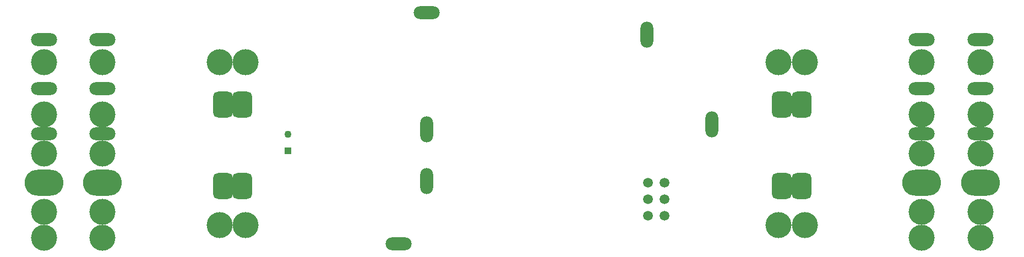
<source format=gbr>
%TF.GenerationSoftware,Altium Limited,Altium Designer,21.7.2 (23)*%
G04 Layer_Color=255*
%FSLAX25Y25*%
%MOIN*%
%TF.SameCoordinates,95A22525-32A0-4EEE-A0C0-36F8BD1EB9D1*%
%TF.FilePolarity,Positive*%
%TF.FileFunction,Pads,Bot*%
%TF.Part,Single*%
G01*
G75*
%TA.AperFunction,ViaPad*%
%ADD49O,0.07874X0.15748*%
%ADD50O,0.15748X0.07874*%
%TA.AperFunction,ComponentPad*%
%ADD51C,0.05906*%
%ADD52R,0.04331X0.04331*%
%ADD53C,0.04331*%
%TA.AperFunction,ViaPad*%
%ADD54C,0.15748*%
G04:AMPARAMS|DCode=55|XSize=157.48mil|YSize=118.11mil|CornerRadius=29.53mil|HoleSize=0mil|Usage=FLASHONLY|Rotation=90.000|XOffset=0mil|YOffset=0mil|HoleType=Round|Shape=RoundedRectangle|*
%AMROUNDEDRECTD55*
21,1,0.15748,0.05906,0,0,90.0*
21,1,0.09843,0.11811,0,0,90.0*
1,1,0.05906,0.02953,0.04921*
1,1,0.05906,0.02953,-0.04921*
1,1,0.05906,-0.02953,-0.04921*
1,1,0.05906,-0.02953,0.04921*
%
%ADD55ROUNDEDRECTD55*%
%ADD56O,0.23622X0.15748*%
D49*
X376969Y135039D02*
D03*
X243406Y46260D02*
D03*
X416339Y80709D02*
D03*
X243504Y77658D02*
D03*
D50*
X243602Y148228D02*
D03*
X226575Y8071D02*
D03*
X578740Y74803D02*
D03*
X543307D02*
D03*
X578740Y102362D02*
D03*
X543307D02*
D03*
X578740Y131890D02*
D03*
X543307D02*
D03*
X11811Y74803D02*
D03*
X47244D02*
D03*
Y102362D02*
D03*
X11811D02*
D03*
X47244Y131890D02*
D03*
X11811D02*
D03*
D51*
X377402Y45138D02*
D03*
X387402D02*
D03*
X377402Y35138D02*
D03*
X387402D02*
D03*
X377402Y25138D02*
D03*
X387402D02*
D03*
D52*
X159449Y64567D02*
D03*
D53*
Y74410D02*
D03*
D54*
X578740Y118110D02*
D03*
X543307D02*
D03*
X11811D02*
D03*
X47244D02*
D03*
X578740Y86614D02*
D03*
X543307D02*
D03*
X578740Y62992D02*
D03*
X543307D02*
D03*
X118110Y19685D02*
D03*
X543307Y27559D02*
D03*
X578740D02*
D03*
X543307Y11811D02*
D03*
X578740D02*
D03*
X47244Y27559D02*
D03*
X11811D02*
D03*
X47244Y86614D02*
D03*
X11811D02*
D03*
Y62992D02*
D03*
X47244D02*
D03*
Y11811D02*
D03*
X11811D02*
D03*
X456693Y19685D02*
D03*
Y118110D02*
D03*
X472441Y19685D02*
D03*
Y118110D02*
D03*
X133858Y19685D02*
D03*
Y118110D02*
D03*
X118110D02*
D03*
D55*
X470472Y92520D02*
D03*
X458661D02*
D03*
X131890D02*
D03*
X120079D02*
D03*
X470472Y43307D02*
D03*
X458661D02*
D03*
X131890D02*
D03*
X120079D02*
D03*
D56*
X578740Y45276D02*
D03*
X543307D02*
D03*
X11811D02*
D03*
X47244D02*
D03*
%TF.MD5,8f8773ebfa4a0faff4d80250d5e31e53*%
M02*

</source>
